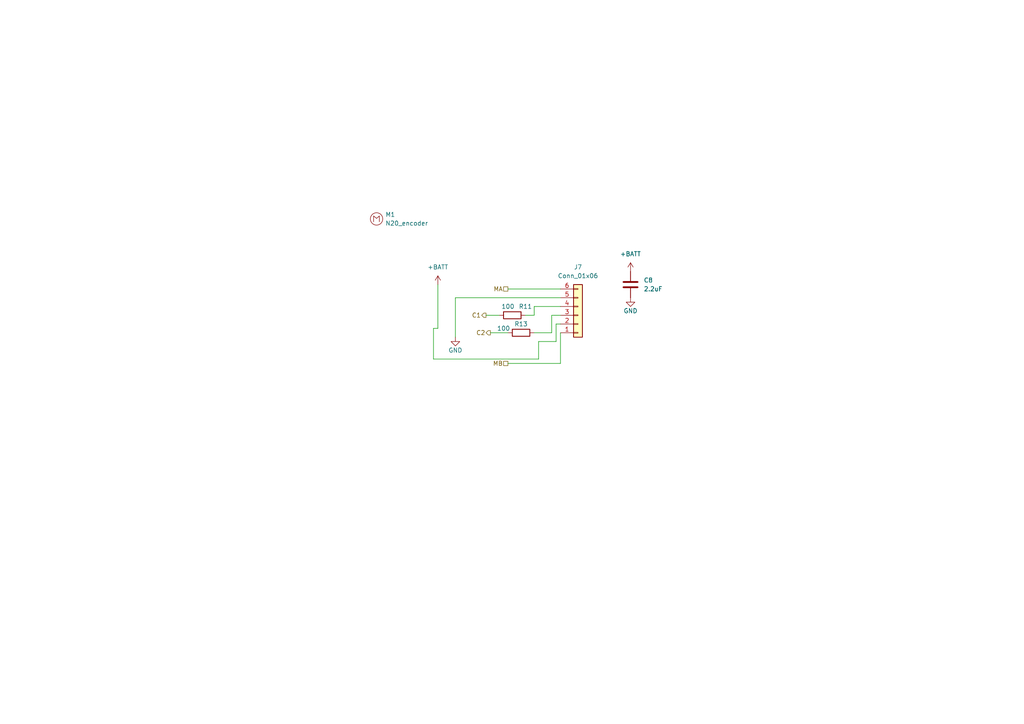
<source format=kicad_sch>
(kicad_sch (version 20230121) (generator eeschema)
  (paper "A4")
  (lib_symbols
    (symbol "Connector_Generic:Conn_01x06" (pin_names (offset 1.016) hide)
      (property "Reference" "J" (at 0 7.62 0))
      (property "Value" "Conn_01x06" (at 0 -10.16 0))
      (symbol "Conn_01x06_1_1"
        (rectangle (start -1.27 -7.493) (end 0 -7.747) (stroke (width 0.1524)))
        (rectangle (start -1.27 -4.953) (end 0 -5.207) (stroke (width 0.1524)))
        (rectangle (start -1.27 -2.413) (end 0 -2.667) (stroke (width 0.1524)))
        (rectangle (start -1.27 0.127) (end 0 -0.127) (stroke (width 0.1524)))
        (rectangle (start -1.27 2.667) (end 0 2.413) (stroke (width 0.1524)))
        (rectangle (start -1.27 5.207) (end 0 4.953) (stroke (width 0.1524)))
        (rectangle (start -1.27 6.35) (end 1.27 -8.89) (stroke (width 0.254)) (fill (type background)))
        (pin passive line (at -5.08 5.08 0) (length 3.81) (name "Pin_1") (number "1"))
        (pin passive line (at -5.08 2.54 0) (length 3.81) (name "Pin_2") (number "2"))
        (pin passive line (at -5.08 0 0) (length 3.81) (name "Pin_3") (number "3"))
        (pin passive line (at -5.08 -2.54 0) (length 3.81) (name "Pin_4") (number "4"))
        (pin passive line (at -5.08 -5.08 0) (length 3.81) (name "Pin_5") (number "5"))
        (pin passive line (at -5.08 -7.62 0) (length 3.81) (name "Pin_6") (number "6"))
      )
    )
    (symbol "Device:C" (pin_numbers hide) (pin_names (offset 0.254))
      (property "Reference" "C" (at 0.635 2.54 0))
      (property "Value" "C" (at 0.635 -2.54 0))
      (symbol "C_0_1"
        (polyline (pts (xy -2.032 -0.762) (xy 2.032 -0.762)) (stroke (width 0.508)))
        (polyline (pts (xy -2.032 0.762) (xy 2.032 0.762)) (stroke (width 0.508)))
      )
      (symbol "C_1_1"
        (pin passive line (at 0 3.81 270) (length 2.794) (name "~") (number "1"))
        (pin passive line (at 0 -3.81 90) (length 2.794) (name "~") (number "2"))
      )
    )
    (symbol "Device:R" (pin_numbers hide) (pin_names (offset 0))
      (property "Reference" "R" (at 2.032 0 90))
      (property "Value" "R" (at 0 0 90))
      (symbol "R_0_1"
        (rectangle (start -1.016 -2.54) (end 1.016 2.54) (stroke (width 0.254)))
      )
      (symbol "R_1_1"
        (pin passive line (at 0 3.81 270) (length 1.27) (name "~") (number "1"))
        (pin passive line (at 0 -3.81 90) (length 1.27) (name "~") (number "2"))
      )
    )
    (symbol "minimouse:N20_w_encoder"
      (property "Reference" "M" (at -8.89 1.27 0))
      (property "Value" "N20_encoder" (at 0 -2.54 0))
      (symbol "N20_w_encoder_0_1"
        (polyline (pts (xy -0.8636 -0.8128) (xy -0.8636 0.8636) (xy 0 0.1524) (xy 0.8128 0.8636) (xy 0.8128 -0.8128)))
        (circle (center 0 0) (radius 1.7961))
      )
    )
    (symbol "power:+BATT" (power) (pin_names (offset 0))
      (property "Value" "+BATT" (at 0 3.556 0))
      (symbol "+BATT_0_1"
        (polyline (pts (xy -0.762 1.27) (xy 0 2.54)))
        (polyline (pts (xy 0 0) (xy 0 2.54)))
        (polyline (pts (xy 0 2.54) (xy 0.762 1.27)))
      )
      (symbol "+BATT_1_1"
        (pin power_in line (at 0 0 90) (length 0) hide (name "+BATT") (number "1"))
      )
    )
    (symbol "power:GND" (power) (pin_names (offset 0))
      (property "Value" "GND" (at 0 -3.81 0))
      (symbol "GND_0_1"
        (polyline (pts (xy 0 0) (xy 0 -1.27) (xy 1.27 -1.27) (xy 0 -2.54) (xy -1.27 -1.27) (xy 0 -1.27)))
      )
      (symbol "GND_1_1"
        (pin power_in line (at 0 0 270) (length 0) hide (name "GND") (number "1"))
      )
    )
  )
  (wire (pts (xy 125.73 95.25) (xy 127 95.25)))
  (wire (pts (xy 125.73 95.25) (xy 125.73 104.14)))
  (wire (pts (xy 144.78 91.44) (xy 140.97 91.44)))
  (wire (pts (xy 162.56 96.52) (xy 162.56 105.41)))
  (wire (pts (xy 132.08 86.36) (xy 162.56 86.36)))
  (wire (pts (xy 160.02 96.52) (xy 154.94 96.52)))
  (wire (pts (xy 125.73 104.14) (xy 156.21 104.14)))
  (wire (pts (xy 160.02 91.44) (xy 162.56 91.44)))
  (wire (pts (xy 162.56 105.41) (xy 147.32 105.41)))
  (wire (pts (xy 160.02 96.52) (xy 160.02 91.44)))
  (wire (pts (xy 127 95.25) (xy 127 82.55)))
  (wire (pts (xy 147.32 96.52) (xy 142.24 96.52)))
  (wire (pts (xy 162.56 93.98) (xy 161.29 93.98)))
  (wire (pts (xy 161.29 93.98) (xy 161.29 99.06)))
  (wire (pts (xy 156.21 104.14) (xy 156.21 99.06)))
  (wire (pts (xy 132.08 97.79) (xy 132.08 86.36)))
  (wire (pts (xy 162.56 83.82) (xy 147.32 83.82)))
  (wire (pts (xy 154.94 91.44) (xy 154.94 88.9)))
  (wire (pts (xy 161.29 99.06) (xy 156.21 99.06)))
  (wire (pts (xy 154.94 91.44) (xy 152.4 91.44)))
  (wire (pts (xy 154.94 88.9) (xy 162.56 88.9)))
  (hierarchical_label "MA" (shape passive) (at 147.32 83.82 180))
  (hierarchical_label "C2" (shape output) (at 142.24 96.52 180))
  (hierarchical_label "C1" (shape output) (at 140.97 91.44 180))
  (hierarchical_label "MB" (shape passive) (at 147.32 105.41 180))
  (symbol (lib_id "power:GND") (at 182.88 86.36 0) (unit 1)
    (property "Reference" "#PWR039" (effects hide))
    (property "Value" "GND" (at 182.88 90.17 0))
    (instances (project "minimouse" (path "" (reference "#PWR039") (unit 1)) (path "" (reference "#PWR040") (unit 1))))
  )
  (symbol (lib_id "power:GND") (at 132.08 97.79 0) (mirror y) (unit 1)
    (property "Reference" "#PWR08" (effects hide))
    (property "Value" "GND" (at 132.08 101.6 0))
    (instances (project "minimouse" (path "" (reference "#PWR08") (unit 1)) (path "" (reference "#PWR09") (unit 1))))
  )
  (symbol (lib_id "minimouse:N20_w_encoder") (at 109.22 63.5 0) (unit 1)
    (property "Reference" "M1" (at 111.76 62.23 0) (effects (justify left)))
    (property "Value" "N20_encoder" (at 111.76 64.77 0) (effects (justify left)))
    (property "Footprint" "minimouse:N20_with_encoder" (effects hide))
    (instances (project "minimouse" (path "" (reference "M1") (unit 1)) (path "" (reference "M2") (unit 1))))
  )
  (symbol (lib_id "Device:R") (at 148.59 91.44 270) (mirror x) (unit 1)
    (property "Reference" "R11" (at 152.4 88.9 90))
    (property "Value" "100" (at 147.32 88.9 90))
    (property "Footprint" "Resistor_SMD:R_0603_1608Metric" (effects hide))
    (instances (project "minimouse" (path "" (reference "R11") (unit 1)) (path "" (reference "R10") (unit 1))))
  )
  (symbol (lib_id "power:+BATT") (at 127 82.55 0) (mirror y) (unit 1)
    (property "Reference" "#PWR010" (effects hide))
    (property "Value" "+BATT" (at 127 77.47 0))
    (instances (project "minimouse" (path "" (reference "#PWR010") (unit 1)) (path "" (reference "#PWR011") (unit 1))))
  )
  (symbol (lib_id "Device:C") (at 182.88 82.55 0) (unit 1)
    (property "Reference" "C8" (at 186.69 81.28 0) (effects (justify left)))
    (property "Value" "2.2uF" (at 186.69 83.82 0) (effects (justify left)))
    (property "Footprint" "Capacitor_SMD:C_0603_1608Metric" (effects hide))
    (instances (project "minimouse" (path "" (reference "C8") (unit 1)) (path "" (reference "C7") (unit 1))))
  )
  (symbol (lib_id "Connector_Generic:Conn_01x06") (at 167.64 91.44 0) (mirror x) (unit 1)
    (property "Reference" "J7" (at 167.64 77.47 0))
    (property "Value" "Conn_01x06" (at 167.64 80.01 0))
    (property "Footprint" "Connector_PinHeader_2.54mm:PinHeader_1x06_P2.54mm_Vertical" (effects hide))
    (instances (project "minimouse" (path "" (reference "J7") (unit 1)) (path "" (reference "J4") (unit 1))))
  )
  (symbol (lib_id "power:+BATT") (at 182.88 78.74 0) (unit 1)
    (property "Reference" "#PWR038" (effects hide))
    (property "Value" "+BATT" (at 182.88 73.66 0))
    (instances (project "minimouse" (path "" (reference "#PWR038") (unit 1)) (path "" (reference "#PWR033") (unit 1))))
  )
  (symbol (lib_id "Device:R") (at 151.13 96.52 270) (mirror x) (unit 1)
    (property "Reference" "R13" (at 151.13 93.98 90))
    (property "Value" "100" (at 146.05 95.25 90))
    (property "Footprint" "Resistor_SMD:R_0603_1608Metric" (effects hide))
    (instances (project "minimouse" (path "" (reference "R13") (unit 1)) (path "" (reference "R12") (unit 1))))
  )
)
</source>
